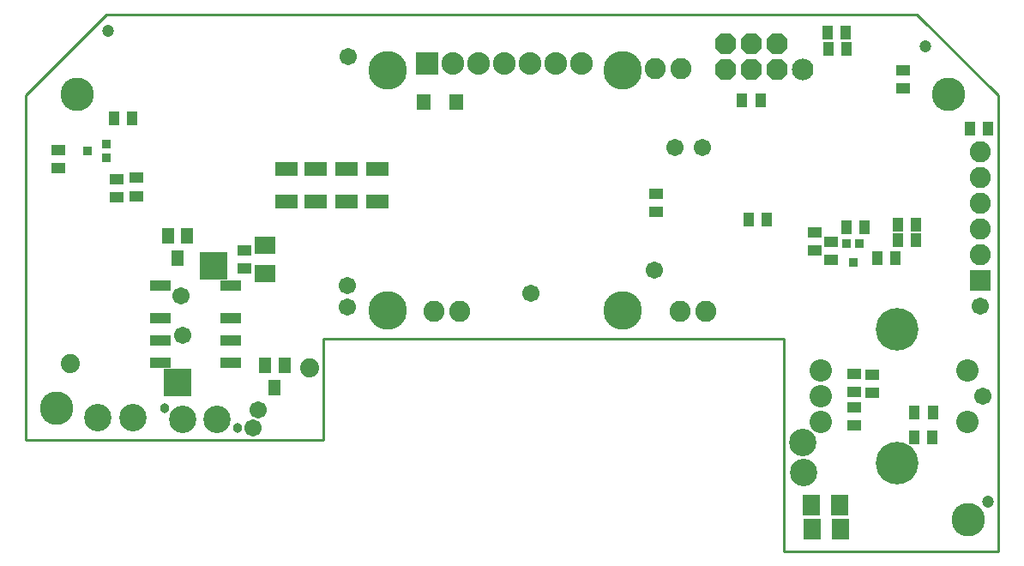
<source format=gbs>
G04 EAGLE Gerber RS-274X export*
G75*
%MOMM*%
%FSLAX34Y34*%
%LPD*%
%INBottom Solder Mask*%
%IPPOS*%
%AMOC8*
5,1,8,0,0,1.08239X$1,22.5*%
G01*
%ADD10C,3.303194*%
%ADD11C,2.203200*%
%ADD12C,4.203200*%
%ADD13R,1.003200X1.403200*%
%ADD14R,2.235200X2.235200*%
%ADD15C,2.235200*%
%ADD16C,3.803200*%
%ADD17R,1.403200X1.003200*%
%ADD18R,0.903200X0.903200*%
%ADD19R,1.803200X2.003200*%
%ADD20R,2.203200X1.403200*%
%ADD21R,1.203200X1.603200*%
%ADD22C,1.203200*%
%ADD23C,1.703200*%
%ADD24C,2.082800*%
%ADD25R,2.082800X2.082800*%
%ADD26R,2.003200X1.003200*%
%ADD27R,2.703200X2.703200*%
%ADD28R,2.003200X1.803200*%
%ADD29P,2.254402X8X22.500000*%
%ADD30C,1.879600*%
%ADD31R,1.317800X1.564400*%
%ADD32C,0.965200*%
%ADD33C,2.703200*%
%ADD34C,2.133600*%
%ADD35C,0.254000*%


D10*
X50800Y340800D03*
X910800Y340800D03*
X30800Y30800D03*
X930800Y-79200D03*
D11*
X785070Y68600D03*
X785070Y17800D03*
X785070Y43200D03*
D12*
X860000Y-22840D03*
X860000Y109240D03*
D11*
X929850Y17800D03*
X929850Y68600D03*
D13*
X828277Y210058D03*
X810277Y210058D03*
D14*
X396320Y371420D03*
D15*
X421720Y371420D03*
X447120Y371420D03*
X472520Y371420D03*
X497920Y371420D03*
X523320Y371420D03*
D16*
X589120Y127820D03*
X357120Y127820D03*
X357120Y364820D03*
X589120Y364820D03*
D15*
X548720Y371420D03*
D17*
X817880Y13860D03*
X817880Y31860D03*
X817880Y46880D03*
X817880Y64880D03*
D13*
X879077Y212598D03*
X861077Y212598D03*
D17*
X779399Y204707D03*
X779399Y186707D03*
X795401Y177817D03*
X795401Y195817D03*
D13*
X858757Y179578D03*
X840757Y179578D03*
X879077Y197358D03*
X861077Y197358D03*
D18*
X810237Y193908D03*
X823237Y193908D03*
X816737Y175408D03*
D13*
X877206Y2413D03*
X895206Y2413D03*
D19*
X776321Y-88138D03*
X804321Y-88138D03*
D17*
X89662Y239666D03*
X89662Y257666D03*
X109347Y240555D03*
X109347Y258555D03*
D20*
X317119Y235079D03*
X317119Y267079D03*
X286639Y235079D03*
X286639Y267079D03*
X347218Y235587D03*
X347218Y267587D03*
X257429Y235079D03*
X257429Y267079D03*
D21*
X246001Y51741D03*
X255501Y73741D03*
X236501Y73741D03*
D22*
X81280Y403860D03*
X888619Y388366D03*
X949960Y-60960D03*
D13*
X950324Y306832D03*
X932324Y306832D03*
D17*
X866140Y346600D03*
X866140Y364600D03*
D23*
X229616Y29591D03*
D24*
X621411Y366522D03*
X646811Y366522D03*
D25*
X942340Y157480D03*
D24*
X942340Y182880D03*
X942340Y208280D03*
X942340Y233680D03*
X942340Y259080D03*
X942340Y284480D03*
D13*
X725280Y335280D03*
X707280Y335280D03*
D26*
X202640Y152300D03*
X132640Y152300D03*
X202640Y120300D03*
X132640Y120300D03*
X202640Y98300D03*
X132640Y98300D03*
X202640Y76300D03*
X132640Y76300D03*
D27*
X185140Y171800D03*
X150140Y56800D03*
D17*
X215900Y186800D03*
X215900Y168800D03*
D21*
X149860Y179500D03*
X159360Y201500D03*
X140360Y201500D03*
D28*
X236220Y163800D03*
X236220Y191800D03*
D17*
X622300Y224680D03*
X622300Y242680D03*
D13*
X731630Y217170D03*
X713630Y217170D03*
D19*
X775940Y-64770D03*
X803940Y-64770D03*
D29*
X690880Y365760D03*
X690880Y391160D03*
X716280Y365760D03*
X716280Y391160D03*
X741680Y365760D03*
X741680Y391160D03*
D17*
X835660Y46372D03*
X835660Y64372D03*
D23*
X498348Y144526D03*
D30*
X280670Y71120D03*
D23*
X641350Y288290D03*
X317500Y152400D03*
X317500Y130810D03*
X153670Y142240D03*
X621030Y167640D03*
X668020Y288290D03*
X154940Y102870D03*
X224790Y11430D03*
X942340Y132080D03*
X944880Y43180D03*
D13*
X895460Y26670D03*
X877460Y26670D03*
D23*
X318016Y378620D03*
D24*
X402844Y127000D03*
X428244Y127000D03*
X645668Y127000D03*
X671068Y127000D03*
D18*
X79500Y291710D03*
X79500Y278710D03*
X61000Y285210D03*
D17*
X32300Y268000D03*
X32300Y286000D03*
D13*
X105400Y317240D03*
X87400Y317240D03*
X810160Y385670D03*
X792160Y385670D03*
X791880Y402100D03*
X809880Y402100D03*
D31*
X393256Y333800D03*
X425264Y333800D03*
D32*
X137000Y31000D03*
X209000Y12000D03*
D33*
X71000Y22000D03*
X189000Y20000D03*
D30*
X44450Y75438D03*
D34*
X767080Y365760D03*
D33*
X155000Y20000D03*
X106000Y22000D03*
X768000Y-32000D03*
X767000Y-3000D03*
D35*
X0Y0D02*
X293500Y0D01*
X293500Y100000D01*
X748100Y100000D01*
X748100Y-110000D01*
X960000Y-110000D01*
X960000Y340000D01*
X880028Y419972D01*
X79972Y419972D01*
X0Y340000D01*
X0Y0D01*
M02*

</source>
